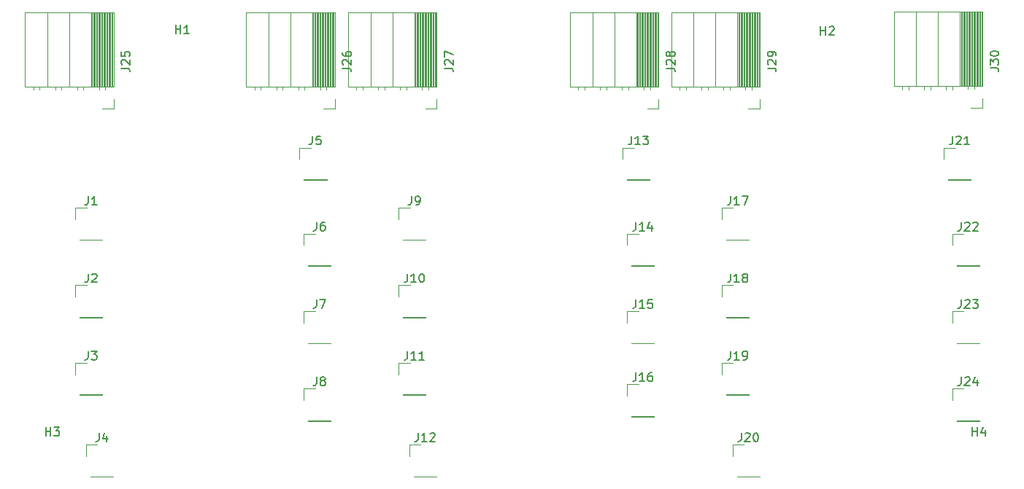
<source format=gbr>
%TF.GenerationSoftware,KiCad,Pcbnew,8.0.5*%
%TF.CreationDate,2025-04-10T18:40:22-04:00*%
%TF.ProjectId,LowerPOGO,4c6f7765-7250-44f4-974f-2e6b69636164,v4*%
%TF.SameCoordinates,Original*%
%TF.FileFunction,Legend,Top*%
%TF.FilePolarity,Positive*%
%FSLAX46Y46*%
G04 Gerber Fmt 4.6, Leading zero omitted, Abs format (unit mm)*
G04 Created by KiCad (PCBNEW 8.0.5) date 2025-04-10 18:40:22*
%MOMM*%
%LPD*%
G01*
G04 APERTURE LIST*
%ADD10C,0.150000*%
%ADD11C,0.120000*%
G04 APERTURE END LIST*
D10*
X134916666Y-123304819D02*
X134916666Y-124019104D01*
X134916666Y-124019104D02*
X134869047Y-124161961D01*
X134869047Y-124161961D02*
X134773809Y-124257200D01*
X134773809Y-124257200D02*
X134630952Y-124304819D01*
X134630952Y-124304819D02*
X134535714Y-124304819D01*
X135440476Y-124304819D02*
X135630952Y-124304819D01*
X135630952Y-124304819D02*
X135726190Y-124257200D01*
X135726190Y-124257200D02*
X135773809Y-124209580D01*
X135773809Y-124209580D02*
X135869047Y-124066723D01*
X135869047Y-124066723D02*
X135916666Y-123876247D01*
X135916666Y-123876247D02*
X135916666Y-123495295D01*
X135916666Y-123495295D02*
X135869047Y-123400057D01*
X135869047Y-123400057D02*
X135821428Y-123352438D01*
X135821428Y-123352438D02*
X135726190Y-123304819D01*
X135726190Y-123304819D02*
X135535714Y-123304819D01*
X135535714Y-123304819D02*
X135440476Y-123352438D01*
X135440476Y-123352438D02*
X135392857Y-123400057D01*
X135392857Y-123400057D02*
X135345238Y-123495295D01*
X135345238Y-123495295D02*
X135345238Y-123733390D01*
X135345238Y-123733390D02*
X135392857Y-123828628D01*
X135392857Y-123828628D02*
X135440476Y-123876247D01*
X135440476Y-123876247D02*
X135535714Y-123923866D01*
X135535714Y-123923866D02*
X135726190Y-123923866D01*
X135726190Y-123923866D02*
X135821428Y-123876247D01*
X135821428Y-123876247D02*
X135869047Y-123828628D01*
X135869047Y-123828628D02*
X135916666Y-123733390D01*
X123916666Y-135304819D02*
X123916666Y-136019104D01*
X123916666Y-136019104D02*
X123869047Y-136161961D01*
X123869047Y-136161961D02*
X123773809Y-136257200D01*
X123773809Y-136257200D02*
X123630952Y-136304819D01*
X123630952Y-136304819D02*
X123535714Y-136304819D01*
X124297619Y-135304819D02*
X124964285Y-135304819D01*
X124964285Y-135304819D02*
X124535714Y-136304819D01*
X176224819Y-108429523D02*
X176939104Y-108429523D01*
X176939104Y-108429523D02*
X177081961Y-108477142D01*
X177081961Y-108477142D02*
X177177200Y-108572380D01*
X177177200Y-108572380D02*
X177224819Y-108715237D01*
X177224819Y-108715237D02*
X177224819Y-108810475D01*
X176320057Y-108000951D02*
X176272438Y-107953332D01*
X176272438Y-107953332D02*
X176224819Y-107858094D01*
X176224819Y-107858094D02*
X176224819Y-107619999D01*
X176224819Y-107619999D02*
X176272438Y-107524761D01*
X176272438Y-107524761D02*
X176320057Y-107477142D01*
X176320057Y-107477142D02*
X176415295Y-107429523D01*
X176415295Y-107429523D02*
X176510533Y-107429523D01*
X176510533Y-107429523D02*
X176653390Y-107477142D01*
X176653390Y-107477142D02*
X177224819Y-108048570D01*
X177224819Y-108048570D02*
X177224819Y-107429523D01*
X177224819Y-106953332D02*
X177224819Y-106762856D01*
X177224819Y-106762856D02*
X177177200Y-106667618D01*
X177177200Y-106667618D02*
X177129580Y-106619999D01*
X177129580Y-106619999D02*
X176986723Y-106524761D01*
X176986723Y-106524761D02*
X176796247Y-106477142D01*
X176796247Y-106477142D02*
X176415295Y-106477142D01*
X176415295Y-106477142D02*
X176320057Y-106524761D01*
X176320057Y-106524761D02*
X176272438Y-106572380D01*
X176272438Y-106572380D02*
X176224819Y-106667618D01*
X176224819Y-106667618D02*
X176224819Y-106858094D01*
X176224819Y-106858094D02*
X176272438Y-106953332D01*
X176272438Y-106953332D02*
X176320057Y-107000951D01*
X176320057Y-107000951D02*
X176415295Y-107048570D01*
X176415295Y-107048570D02*
X176653390Y-107048570D01*
X176653390Y-107048570D02*
X176748628Y-107000951D01*
X176748628Y-107000951D02*
X176796247Y-106953332D01*
X176796247Y-106953332D02*
X176843866Y-106858094D01*
X176843866Y-106858094D02*
X176843866Y-106667618D01*
X176843866Y-106667618D02*
X176796247Y-106572380D01*
X176796247Y-106572380D02*
X176748628Y-106524761D01*
X176748628Y-106524761D02*
X176653390Y-106477142D01*
X123916666Y-144304819D02*
X123916666Y-145019104D01*
X123916666Y-145019104D02*
X123869047Y-145161961D01*
X123869047Y-145161961D02*
X123773809Y-145257200D01*
X123773809Y-145257200D02*
X123630952Y-145304819D01*
X123630952Y-145304819D02*
X123535714Y-145304819D01*
X124535714Y-144733390D02*
X124440476Y-144685771D01*
X124440476Y-144685771D02*
X124392857Y-144638152D01*
X124392857Y-144638152D02*
X124345238Y-144542914D01*
X124345238Y-144542914D02*
X124345238Y-144495295D01*
X124345238Y-144495295D02*
X124392857Y-144400057D01*
X124392857Y-144400057D02*
X124440476Y-144352438D01*
X124440476Y-144352438D02*
X124535714Y-144304819D01*
X124535714Y-144304819D02*
X124726190Y-144304819D01*
X124726190Y-144304819D02*
X124821428Y-144352438D01*
X124821428Y-144352438D02*
X124869047Y-144400057D01*
X124869047Y-144400057D02*
X124916666Y-144495295D01*
X124916666Y-144495295D02*
X124916666Y-144542914D01*
X124916666Y-144542914D02*
X124869047Y-144638152D01*
X124869047Y-144638152D02*
X124821428Y-144685771D01*
X124821428Y-144685771D02*
X124726190Y-144733390D01*
X124726190Y-144733390D02*
X124535714Y-144733390D01*
X124535714Y-144733390D02*
X124440476Y-144781009D01*
X124440476Y-144781009D02*
X124392857Y-144828628D01*
X124392857Y-144828628D02*
X124345238Y-144923866D01*
X124345238Y-144923866D02*
X124345238Y-145114342D01*
X124345238Y-145114342D02*
X124392857Y-145209580D01*
X124392857Y-145209580D02*
X124440476Y-145257200D01*
X124440476Y-145257200D02*
X124535714Y-145304819D01*
X124535714Y-145304819D02*
X124726190Y-145304819D01*
X124726190Y-145304819D02*
X124821428Y-145257200D01*
X124821428Y-145257200D02*
X124869047Y-145209580D01*
X124869047Y-145209580D02*
X124916666Y-145114342D01*
X124916666Y-145114342D02*
X124916666Y-144923866D01*
X124916666Y-144923866D02*
X124869047Y-144828628D01*
X124869047Y-144828628D02*
X124821428Y-144781009D01*
X124821428Y-144781009D02*
X124726190Y-144733390D01*
X173190476Y-150804819D02*
X173190476Y-151519104D01*
X173190476Y-151519104D02*
X173142857Y-151661961D01*
X173142857Y-151661961D02*
X173047619Y-151757200D01*
X173047619Y-151757200D02*
X172904762Y-151804819D01*
X172904762Y-151804819D02*
X172809524Y-151804819D01*
X173619048Y-150900057D02*
X173666667Y-150852438D01*
X173666667Y-150852438D02*
X173761905Y-150804819D01*
X173761905Y-150804819D02*
X174000000Y-150804819D01*
X174000000Y-150804819D02*
X174095238Y-150852438D01*
X174095238Y-150852438D02*
X174142857Y-150900057D01*
X174142857Y-150900057D02*
X174190476Y-150995295D01*
X174190476Y-150995295D02*
X174190476Y-151090533D01*
X174190476Y-151090533D02*
X174142857Y-151233390D01*
X174142857Y-151233390D02*
X173571429Y-151804819D01*
X173571429Y-151804819D02*
X174190476Y-151804819D01*
X174809524Y-150804819D02*
X174904762Y-150804819D01*
X174904762Y-150804819D02*
X175000000Y-150852438D01*
X175000000Y-150852438D02*
X175047619Y-150900057D01*
X175047619Y-150900057D02*
X175095238Y-150995295D01*
X175095238Y-150995295D02*
X175142857Y-151185771D01*
X175142857Y-151185771D02*
X175142857Y-151423866D01*
X175142857Y-151423866D02*
X175095238Y-151614342D01*
X175095238Y-151614342D02*
X175047619Y-151709580D01*
X175047619Y-151709580D02*
X175000000Y-151757200D01*
X175000000Y-151757200D02*
X174904762Y-151804819D01*
X174904762Y-151804819D02*
X174809524Y-151804819D01*
X174809524Y-151804819D02*
X174714286Y-151757200D01*
X174714286Y-151757200D02*
X174666667Y-151709580D01*
X174666667Y-151709580D02*
X174619048Y-151614342D01*
X174619048Y-151614342D02*
X174571429Y-151423866D01*
X174571429Y-151423866D02*
X174571429Y-151185771D01*
X174571429Y-151185771D02*
X174619048Y-150995295D01*
X174619048Y-150995295D02*
X174666667Y-150900057D01*
X174666667Y-150900057D02*
X174714286Y-150852438D01*
X174714286Y-150852438D02*
X174809524Y-150804819D01*
X199988095Y-151154819D02*
X199988095Y-150154819D01*
X199988095Y-150631009D02*
X200559523Y-150631009D01*
X200559523Y-151154819D02*
X200559523Y-150154819D01*
X201464285Y-150488152D02*
X201464285Y-151154819D01*
X201226190Y-150107200D02*
X200988095Y-150821485D01*
X200988095Y-150821485D02*
X201607142Y-150821485D01*
X198690476Y-135304819D02*
X198690476Y-136019104D01*
X198690476Y-136019104D02*
X198642857Y-136161961D01*
X198642857Y-136161961D02*
X198547619Y-136257200D01*
X198547619Y-136257200D02*
X198404762Y-136304819D01*
X198404762Y-136304819D02*
X198309524Y-136304819D01*
X199119048Y-135400057D02*
X199166667Y-135352438D01*
X199166667Y-135352438D02*
X199261905Y-135304819D01*
X199261905Y-135304819D02*
X199500000Y-135304819D01*
X199500000Y-135304819D02*
X199595238Y-135352438D01*
X199595238Y-135352438D02*
X199642857Y-135400057D01*
X199642857Y-135400057D02*
X199690476Y-135495295D01*
X199690476Y-135495295D02*
X199690476Y-135590533D01*
X199690476Y-135590533D02*
X199642857Y-135733390D01*
X199642857Y-135733390D02*
X199071429Y-136304819D01*
X199071429Y-136304819D02*
X199690476Y-136304819D01*
X200023810Y-135304819D02*
X200642857Y-135304819D01*
X200642857Y-135304819D02*
X200309524Y-135685771D01*
X200309524Y-135685771D02*
X200452381Y-135685771D01*
X200452381Y-135685771D02*
X200547619Y-135733390D01*
X200547619Y-135733390D02*
X200595238Y-135781009D01*
X200595238Y-135781009D02*
X200642857Y-135876247D01*
X200642857Y-135876247D02*
X200642857Y-136114342D01*
X200642857Y-136114342D02*
X200595238Y-136209580D01*
X200595238Y-136209580D02*
X200547619Y-136257200D01*
X200547619Y-136257200D02*
X200452381Y-136304819D01*
X200452381Y-136304819D02*
X200166667Y-136304819D01*
X200166667Y-136304819D02*
X200071429Y-136257200D01*
X200071429Y-136257200D02*
X200023810Y-136209580D01*
X107563095Y-104404819D02*
X107563095Y-103404819D01*
X107563095Y-103881009D02*
X108134523Y-103881009D01*
X108134523Y-104404819D02*
X108134523Y-103404819D01*
X109134523Y-104404819D02*
X108563095Y-104404819D01*
X108848809Y-104404819D02*
X108848809Y-103404819D01*
X108848809Y-103404819D02*
X108753571Y-103547676D01*
X108753571Y-103547676D02*
X108658333Y-103642914D01*
X108658333Y-103642914D02*
X108563095Y-103690533D01*
X182388095Y-104579819D02*
X182388095Y-103579819D01*
X182388095Y-104056009D02*
X182959523Y-104056009D01*
X182959523Y-104579819D02*
X182959523Y-103579819D01*
X183388095Y-103675057D02*
X183435714Y-103627438D01*
X183435714Y-103627438D02*
X183530952Y-103579819D01*
X183530952Y-103579819D02*
X183769047Y-103579819D01*
X183769047Y-103579819D02*
X183864285Y-103627438D01*
X183864285Y-103627438D02*
X183911904Y-103675057D01*
X183911904Y-103675057D02*
X183959523Y-103770295D01*
X183959523Y-103770295D02*
X183959523Y-103865533D01*
X183959523Y-103865533D02*
X183911904Y-104008390D01*
X183911904Y-104008390D02*
X183340476Y-104579819D01*
X183340476Y-104579819D02*
X183959523Y-104579819D01*
X92488095Y-151154819D02*
X92488095Y-150154819D01*
X92488095Y-150631009D02*
X93059523Y-150631009D01*
X93059523Y-151154819D02*
X93059523Y-150154819D01*
X93440476Y-150154819D02*
X94059523Y-150154819D01*
X94059523Y-150154819D02*
X93726190Y-150535771D01*
X93726190Y-150535771D02*
X93869047Y-150535771D01*
X93869047Y-150535771D02*
X93964285Y-150583390D01*
X93964285Y-150583390D02*
X94011904Y-150631009D01*
X94011904Y-150631009D02*
X94059523Y-150726247D01*
X94059523Y-150726247D02*
X94059523Y-150964342D01*
X94059523Y-150964342D02*
X94011904Y-151059580D01*
X94011904Y-151059580D02*
X93964285Y-151107200D01*
X93964285Y-151107200D02*
X93869047Y-151154819D01*
X93869047Y-151154819D02*
X93583333Y-151154819D01*
X93583333Y-151154819D02*
X93488095Y-151107200D01*
X93488095Y-151107200D02*
X93440476Y-151059580D01*
X134440476Y-141304819D02*
X134440476Y-142019104D01*
X134440476Y-142019104D02*
X134392857Y-142161961D01*
X134392857Y-142161961D02*
X134297619Y-142257200D01*
X134297619Y-142257200D02*
X134154762Y-142304819D01*
X134154762Y-142304819D02*
X134059524Y-142304819D01*
X135440476Y-142304819D02*
X134869048Y-142304819D01*
X135154762Y-142304819D02*
X135154762Y-141304819D01*
X135154762Y-141304819D02*
X135059524Y-141447676D01*
X135059524Y-141447676D02*
X134964286Y-141542914D01*
X134964286Y-141542914D02*
X134869048Y-141590533D01*
X136392857Y-142304819D02*
X135821429Y-142304819D01*
X136107143Y-142304819D02*
X136107143Y-141304819D01*
X136107143Y-141304819D02*
X136011905Y-141447676D01*
X136011905Y-141447676D02*
X135916667Y-141542914D01*
X135916667Y-141542914D02*
X135821429Y-141590533D01*
X135690476Y-150804819D02*
X135690476Y-151519104D01*
X135690476Y-151519104D02*
X135642857Y-151661961D01*
X135642857Y-151661961D02*
X135547619Y-151757200D01*
X135547619Y-151757200D02*
X135404762Y-151804819D01*
X135404762Y-151804819D02*
X135309524Y-151804819D01*
X136690476Y-151804819D02*
X136119048Y-151804819D01*
X136404762Y-151804819D02*
X136404762Y-150804819D01*
X136404762Y-150804819D02*
X136309524Y-150947676D01*
X136309524Y-150947676D02*
X136214286Y-151042914D01*
X136214286Y-151042914D02*
X136119048Y-151090533D01*
X137071429Y-150900057D02*
X137119048Y-150852438D01*
X137119048Y-150852438D02*
X137214286Y-150804819D01*
X137214286Y-150804819D02*
X137452381Y-150804819D01*
X137452381Y-150804819D02*
X137547619Y-150852438D01*
X137547619Y-150852438D02*
X137595238Y-150900057D01*
X137595238Y-150900057D02*
X137642857Y-150995295D01*
X137642857Y-150995295D02*
X137642857Y-151090533D01*
X137642857Y-151090533D02*
X137595238Y-151233390D01*
X137595238Y-151233390D02*
X137023810Y-151804819D01*
X137023810Y-151804819D02*
X137642857Y-151804819D01*
X97416666Y-123304819D02*
X97416666Y-124019104D01*
X97416666Y-124019104D02*
X97369047Y-124161961D01*
X97369047Y-124161961D02*
X97273809Y-124257200D01*
X97273809Y-124257200D02*
X97130952Y-124304819D01*
X97130952Y-124304819D02*
X97035714Y-124304819D01*
X98416666Y-124304819D02*
X97845238Y-124304819D01*
X98130952Y-124304819D02*
X98130952Y-123304819D01*
X98130952Y-123304819D02*
X98035714Y-123447676D01*
X98035714Y-123447676D02*
X97940476Y-123542914D01*
X97940476Y-123542914D02*
X97845238Y-123590533D01*
X198690476Y-144304819D02*
X198690476Y-145019104D01*
X198690476Y-145019104D02*
X198642857Y-145161961D01*
X198642857Y-145161961D02*
X198547619Y-145257200D01*
X198547619Y-145257200D02*
X198404762Y-145304819D01*
X198404762Y-145304819D02*
X198309524Y-145304819D01*
X199119048Y-144400057D02*
X199166667Y-144352438D01*
X199166667Y-144352438D02*
X199261905Y-144304819D01*
X199261905Y-144304819D02*
X199500000Y-144304819D01*
X199500000Y-144304819D02*
X199595238Y-144352438D01*
X199595238Y-144352438D02*
X199642857Y-144400057D01*
X199642857Y-144400057D02*
X199690476Y-144495295D01*
X199690476Y-144495295D02*
X199690476Y-144590533D01*
X199690476Y-144590533D02*
X199642857Y-144733390D01*
X199642857Y-144733390D02*
X199071429Y-145304819D01*
X199071429Y-145304819D02*
X199690476Y-145304819D01*
X200547619Y-144638152D02*
X200547619Y-145304819D01*
X200309524Y-144257200D02*
X200071429Y-144971485D01*
X200071429Y-144971485D02*
X200690476Y-144971485D01*
X126924819Y-108429523D02*
X127639104Y-108429523D01*
X127639104Y-108429523D02*
X127781961Y-108477142D01*
X127781961Y-108477142D02*
X127877200Y-108572380D01*
X127877200Y-108572380D02*
X127924819Y-108715237D01*
X127924819Y-108715237D02*
X127924819Y-108810475D01*
X127020057Y-108000951D02*
X126972438Y-107953332D01*
X126972438Y-107953332D02*
X126924819Y-107858094D01*
X126924819Y-107858094D02*
X126924819Y-107619999D01*
X126924819Y-107619999D02*
X126972438Y-107524761D01*
X126972438Y-107524761D02*
X127020057Y-107477142D01*
X127020057Y-107477142D02*
X127115295Y-107429523D01*
X127115295Y-107429523D02*
X127210533Y-107429523D01*
X127210533Y-107429523D02*
X127353390Y-107477142D01*
X127353390Y-107477142D02*
X127924819Y-108048570D01*
X127924819Y-108048570D02*
X127924819Y-107429523D01*
X126924819Y-106572380D02*
X126924819Y-106762856D01*
X126924819Y-106762856D02*
X126972438Y-106858094D01*
X126972438Y-106858094D02*
X127020057Y-106905713D01*
X127020057Y-106905713D02*
X127162914Y-107000951D01*
X127162914Y-107000951D02*
X127353390Y-107048570D01*
X127353390Y-107048570D02*
X127734342Y-107048570D01*
X127734342Y-107048570D02*
X127829580Y-107000951D01*
X127829580Y-107000951D02*
X127877200Y-106953332D01*
X127877200Y-106953332D02*
X127924819Y-106858094D01*
X127924819Y-106858094D02*
X127924819Y-106667618D01*
X127924819Y-106667618D02*
X127877200Y-106572380D01*
X127877200Y-106572380D02*
X127829580Y-106524761D01*
X127829580Y-106524761D02*
X127734342Y-106477142D01*
X127734342Y-106477142D02*
X127496247Y-106477142D01*
X127496247Y-106477142D02*
X127401009Y-106524761D01*
X127401009Y-106524761D02*
X127353390Y-106572380D01*
X127353390Y-106572380D02*
X127305771Y-106667618D01*
X127305771Y-106667618D02*
X127305771Y-106858094D01*
X127305771Y-106858094D02*
X127353390Y-106953332D01*
X127353390Y-106953332D02*
X127401009Y-107000951D01*
X127401009Y-107000951D02*
X127496247Y-107048570D01*
X171940476Y-123304819D02*
X171940476Y-124019104D01*
X171940476Y-124019104D02*
X171892857Y-124161961D01*
X171892857Y-124161961D02*
X171797619Y-124257200D01*
X171797619Y-124257200D02*
X171654762Y-124304819D01*
X171654762Y-124304819D02*
X171559524Y-124304819D01*
X172940476Y-124304819D02*
X172369048Y-124304819D01*
X172654762Y-124304819D02*
X172654762Y-123304819D01*
X172654762Y-123304819D02*
X172559524Y-123447676D01*
X172559524Y-123447676D02*
X172464286Y-123542914D01*
X172464286Y-123542914D02*
X172369048Y-123590533D01*
X173273810Y-123304819D02*
X173940476Y-123304819D01*
X173940476Y-123304819D02*
X173511905Y-124304819D01*
X164474819Y-108429523D02*
X165189104Y-108429523D01*
X165189104Y-108429523D02*
X165331961Y-108477142D01*
X165331961Y-108477142D02*
X165427200Y-108572380D01*
X165427200Y-108572380D02*
X165474819Y-108715237D01*
X165474819Y-108715237D02*
X165474819Y-108810475D01*
X164570057Y-108000951D02*
X164522438Y-107953332D01*
X164522438Y-107953332D02*
X164474819Y-107858094D01*
X164474819Y-107858094D02*
X164474819Y-107619999D01*
X164474819Y-107619999D02*
X164522438Y-107524761D01*
X164522438Y-107524761D02*
X164570057Y-107477142D01*
X164570057Y-107477142D02*
X164665295Y-107429523D01*
X164665295Y-107429523D02*
X164760533Y-107429523D01*
X164760533Y-107429523D02*
X164903390Y-107477142D01*
X164903390Y-107477142D02*
X165474819Y-108048570D01*
X165474819Y-108048570D02*
X165474819Y-107429523D01*
X164903390Y-106858094D02*
X164855771Y-106953332D01*
X164855771Y-106953332D02*
X164808152Y-107000951D01*
X164808152Y-107000951D02*
X164712914Y-107048570D01*
X164712914Y-107048570D02*
X164665295Y-107048570D01*
X164665295Y-107048570D02*
X164570057Y-107000951D01*
X164570057Y-107000951D02*
X164522438Y-106953332D01*
X164522438Y-106953332D02*
X164474819Y-106858094D01*
X164474819Y-106858094D02*
X164474819Y-106667618D01*
X164474819Y-106667618D02*
X164522438Y-106572380D01*
X164522438Y-106572380D02*
X164570057Y-106524761D01*
X164570057Y-106524761D02*
X164665295Y-106477142D01*
X164665295Y-106477142D02*
X164712914Y-106477142D01*
X164712914Y-106477142D02*
X164808152Y-106524761D01*
X164808152Y-106524761D02*
X164855771Y-106572380D01*
X164855771Y-106572380D02*
X164903390Y-106667618D01*
X164903390Y-106667618D02*
X164903390Y-106858094D01*
X164903390Y-106858094D02*
X164951009Y-106953332D01*
X164951009Y-106953332D02*
X164998628Y-107000951D01*
X164998628Y-107000951D02*
X165093866Y-107048570D01*
X165093866Y-107048570D02*
X165284342Y-107048570D01*
X165284342Y-107048570D02*
X165379580Y-107000951D01*
X165379580Y-107000951D02*
X165427200Y-106953332D01*
X165427200Y-106953332D02*
X165474819Y-106858094D01*
X165474819Y-106858094D02*
X165474819Y-106667618D01*
X165474819Y-106667618D02*
X165427200Y-106572380D01*
X165427200Y-106572380D02*
X165379580Y-106524761D01*
X165379580Y-106524761D02*
X165284342Y-106477142D01*
X165284342Y-106477142D02*
X165093866Y-106477142D01*
X165093866Y-106477142D02*
X164998628Y-106524761D01*
X164998628Y-106524761D02*
X164951009Y-106572380D01*
X164951009Y-106572380D02*
X164903390Y-106667618D01*
X123416666Y-116304819D02*
X123416666Y-117019104D01*
X123416666Y-117019104D02*
X123369047Y-117161961D01*
X123369047Y-117161961D02*
X123273809Y-117257200D01*
X123273809Y-117257200D02*
X123130952Y-117304819D01*
X123130952Y-117304819D02*
X123035714Y-117304819D01*
X124369047Y-116304819D02*
X123892857Y-116304819D01*
X123892857Y-116304819D02*
X123845238Y-116781009D01*
X123845238Y-116781009D02*
X123892857Y-116733390D01*
X123892857Y-116733390D02*
X123988095Y-116685771D01*
X123988095Y-116685771D02*
X124226190Y-116685771D01*
X124226190Y-116685771D02*
X124321428Y-116733390D01*
X124321428Y-116733390D02*
X124369047Y-116781009D01*
X124369047Y-116781009D02*
X124416666Y-116876247D01*
X124416666Y-116876247D02*
X124416666Y-117114342D01*
X124416666Y-117114342D02*
X124369047Y-117209580D01*
X124369047Y-117209580D02*
X124321428Y-117257200D01*
X124321428Y-117257200D02*
X124226190Y-117304819D01*
X124226190Y-117304819D02*
X123988095Y-117304819D01*
X123988095Y-117304819D02*
X123892857Y-117257200D01*
X123892857Y-117257200D02*
X123845238Y-117209580D01*
X101249819Y-108429523D02*
X101964104Y-108429523D01*
X101964104Y-108429523D02*
X102106961Y-108477142D01*
X102106961Y-108477142D02*
X102202200Y-108572380D01*
X102202200Y-108572380D02*
X102249819Y-108715237D01*
X102249819Y-108715237D02*
X102249819Y-108810475D01*
X101345057Y-108000951D02*
X101297438Y-107953332D01*
X101297438Y-107953332D02*
X101249819Y-107858094D01*
X101249819Y-107858094D02*
X101249819Y-107619999D01*
X101249819Y-107619999D02*
X101297438Y-107524761D01*
X101297438Y-107524761D02*
X101345057Y-107477142D01*
X101345057Y-107477142D02*
X101440295Y-107429523D01*
X101440295Y-107429523D02*
X101535533Y-107429523D01*
X101535533Y-107429523D02*
X101678390Y-107477142D01*
X101678390Y-107477142D02*
X102249819Y-108048570D01*
X102249819Y-108048570D02*
X102249819Y-107429523D01*
X101249819Y-106524761D02*
X101249819Y-107000951D01*
X101249819Y-107000951D02*
X101726009Y-107048570D01*
X101726009Y-107048570D02*
X101678390Y-107000951D01*
X101678390Y-107000951D02*
X101630771Y-106905713D01*
X101630771Y-106905713D02*
X101630771Y-106667618D01*
X101630771Y-106667618D02*
X101678390Y-106572380D01*
X101678390Y-106572380D02*
X101726009Y-106524761D01*
X101726009Y-106524761D02*
X101821247Y-106477142D01*
X101821247Y-106477142D02*
X102059342Y-106477142D01*
X102059342Y-106477142D02*
X102154580Y-106524761D01*
X102154580Y-106524761D02*
X102202200Y-106572380D01*
X102202200Y-106572380D02*
X102249819Y-106667618D01*
X102249819Y-106667618D02*
X102249819Y-106905713D01*
X102249819Y-106905713D02*
X102202200Y-107000951D01*
X102202200Y-107000951D02*
X102154580Y-107048570D01*
X171940476Y-132304819D02*
X171940476Y-133019104D01*
X171940476Y-133019104D02*
X171892857Y-133161961D01*
X171892857Y-133161961D02*
X171797619Y-133257200D01*
X171797619Y-133257200D02*
X171654762Y-133304819D01*
X171654762Y-133304819D02*
X171559524Y-133304819D01*
X172940476Y-133304819D02*
X172369048Y-133304819D01*
X172654762Y-133304819D02*
X172654762Y-132304819D01*
X172654762Y-132304819D02*
X172559524Y-132447676D01*
X172559524Y-132447676D02*
X172464286Y-132542914D01*
X172464286Y-132542914D02*
X172369048Y-132590533D01*
X173511905Y-132733390D02*
X173416667Y-132685771D01*
X173416667Y-132685771D02*
X173369048Y-132638152D01*
X173369048Y-132638152D02*
X173321429Y-132542914D01*
X173321429Y-132542914D02*
X173321429Y-132495295D01*
X173321429Y-132495295D02*
X173369048Y-132400057D01*
X173369048Y-132400057D02*
X173416667Y-132352438D01*
X173416667Y-132352438D02*
X173511905Y-132304819D01*
X173511905Y-132304819D02*
X173702381Y-132304819D01*
X173702381Y-132304819D02*
X173797619Y-132352438D01*
X173797619Y-132352438D02*
X173845238Y-132400057D01*
X173845238Y-132400057D02*
X173892857Y-132495295D01*
X173892857Y-132495295D02*
X173892857Y-132542914D01*
X173892857Y-132542914D02*
X173845238Y-132638152D01*
X173845238Y-132638152D02*
X173797619Y-132685771D01*
X173797619Y-132685771D02*
X173702381Y-132733390D01*
X173702381Y-132733390D02*
X173511905Y-132733390D01*
X173511905Y-132733390D02*
X173416667Y-132781009D01*
X173416667Y-132781009D02*
X173369048Y-132828628D01*
X173369048Y-132828628D02*
X173321429Y-132923866D01*
X173321429Y-132923866D02*
X173321429Y-133114342D01*
X173321429Y-133114342D02*
X173369048Y-133209580D01*
X173369048Y-133209580D02*
X173416667Y-133257200D01*
X173416667Y-133257200D02*
X173511905Y-133304819D01*
X173511905Y-133304819D02*
X173702381Y-133304819D01*
X173702381Y-133304819D02*
X173797619Y-133257200D01*
X173797619Y-133257200D02*
X173845238Y-133209580D01*
X173845238Y-133209580D02*
X173892857Y-133114342D01*
X173892857Y-133114342D02*
X173892857Y-132923866D01*
X173892857Y-132923866D02*
X173845238Y-132828628D01*
X173845238Y-132828628D02*
X173797619Y-132781009D01*
X173797619Y-132781009D02*
X173702381Y-132733390D01*
X97416666Y-132304819D02*
X97416666Y-133019104D01*
X97416666Y-133019104D02*
X97369047Y-133161961D01*
X97369047Y-133161961D02*
X97273809Y-133257200D01*
X97273809Y-133257200D02*
X97130952Y-133304819D01*
X97130952Y-133304819D02*
X97035714Y-133304819D01*
X97845238Y-132400057D02*
X97892857Y-132352438D01*
X97892857Y-132352438D02*
X97988095Y-132304819D01*
X97988095Y-132304819D02*
X98226190Y-132304819D01*
X98226190Y-132304819D02*
X98321428Y-132352438D01*
X98321428Y-132352438D02*
X98369047Y-132400057D01*
X98369047Y-132400057D02*
X98416666Y-132495295D01*
X98416666Y-132495295D02*
X98416666Y-132590533D01*
X98416666Y-132590533D02*
X98369047Y-132733390D01*
X98369047Y-132733390D02*
X97797619Y-133304819D01*
X97797619Y-133304819D02*
X98416666Y-133304819D01*
X97416666Y-141304819D02*
X97416666Y-142019104D01*
X97416666Y-142019104D02*
X97369047Y-142161961D01*
X97369047Y-142161961D02*
X97273809Y-142257200D01*
X97273809Y-142257200D02*
X97130952Y-142304819D01*
X97130952Y-142304819D02*
X97035714Y-142304819D01*
X97797619Y-141304819D02*
X98416666Y-141304819D01*
X98416666Y-141304819D02*
X98083333Y-141685771D01*
X98083333Y-141685771D02*
X98226190Y-141685771D01*
X98226190Y-141685771D02*
X98321428Y-141733390D01*
X98321428Y-141733390D02*
X98369047Y-141781009D01*
X98369047Y-141781009D02*
X98416666Y-141876247D01*
X98416666Y-141876247D02*
X98416666Y-142114342D01*
X98416666Y-142114342D02*
X98369047Y-142209580D01*
X98369047Y-142209580D02*
X98321428Y-142257200D01*
X98321428Y-142257200D02*
X98226190Y-142304819D01*
X98226190Y-142304819D02*
X97940476Y-142304819D01*
X97940476Y-142304819D02*
X97845238Y-142257200D01*
X97845238Y-142257200D02*
X97797619Y-142209580D01*
X123916666Y-126304819D02*
X123916666Y-127019104D01*
X123916666Y-127019104D02*
X123869047Y-127161961D01*
X123869047Y-127161961D02*
X123773809Y-127257200D01*
X123773809Y-127257200D02*
X123630952Y-127304819D01*
X123630952Y-127304819D02*
X123535714Y-127304819D01*
X124821428Y-126304819D02*
X124630952Y-126304819D01*
X124630952Y-126304819D02*
X124535714Y-126352438D01*
X124535714Y-126352438D02*
X124488095Y-126400057D01*
X124488095Y-126400057D02*
X124392857Y-126542914D01*
X124392857Y-126542914D02*
X124345238Y-126733390D01*
X124345238Y-126733390D02*
X124345238Y-127114342D01*
X124345238Y-127114342D02*
X124392857Y-127209580D01*
X124392857Y-127209580D02*
X124440476Y-127257200D01*
X124440476Y-127257200D02*
X124535714Y-127304819D01*
X124535714Y-127304819D02*
X124726190Y-127304819D01*
X124726190Y-127304819D02*
X124821428Y-127257200D01*
X124821428Y-127257200D02*
X124869047Y-127209580D01*
X124869047Y-127209580D02*
X124916666Y-127114342D01*
X124916666Y-127114342D02*
X124916666Y-126876247D01*
X124916666Y-126876247D02*
X124869047Y-126781009D01*
X124869047Y-126781009D02*
X124821428Y-126733390D01*
X124821428Y-126733390D02*
X124726190Y-126685771D01*
X124726190Y-126685771D02*
X124535714Y-126685771D01*
X124535714Y-126685771D02*
X124440476Y-126733390D01*
X124440476Y-126733390D02*
X124392857Y-126781009D01*
X124392857Y-126781009D02*
X124345238Y-126876247D01*
X160940476Y-126304819D02*
X160940476Y-127019104D01*
X160940476Y-127019104D02*
X160892857Y-127161961D01*
X160892857Y-127161961D02*
X160797619Y-127257200D01*
X160797619Y-127257200D02*
X160654762Y-127304819D01*
X160654762Y-127304819D02*
X160559524Y-127304819D01*
X161940476Y-127304819D02*
X161369048Y-127304819D01*
X161654762Y-127304819D02*
X161654762Y-126304819D01*
X161654762Y-126304819D02*
X161559524Y-126447676D01*
X161559524Y-126447676D02*
X161464286Y-126542914D01*
X161464286Y-126542914D02*
X161369048Y-126590533D01*
X162797619Y-126638152D02*
X162797619Y-127304819D01*
X162559524Y-126257200D02*
X162321429Y-126971485D01*
X162321429Y-126971485D02*
X162940476Y-126971485D01*
X98666666Y-150804819D02*
X98666666Y-151519104D01*
X98666666Y-151519104D02*
X98619047Y-151661961D01*
X98619047Y-151661961D02*
X98523809Y-151757200D01*
X98523809Y-151757200D02*
X98380952Y-151804819D01*
X98380952Y-151804819D02*
X98285714Y-151804819D01*
X99571428Y-151138152D02*
X99571428Y-151804819D01*
X99333333Y-150757200D02*
X99095238Y-151471485D01*
X99095238Y-151471485D02*
X99714285Y-151471485D01*
X197690476Y-116304819D02*
X197690476Y-117019104D01*
X197690476Y-117019104D02*
X197642857Y-117161961D01*
X197642857Y-117161961D02*
X197547619Y-117257200D01*
X197547619Y-117257200D02*
X197404762Y-117304819D01*
X197404762Y-117304819D02*
X197309524Y-117304819D01*
X198119048Y-116400057D02*
X198166667Y-116352438D01*
X198166667Y-116352438D02*
X198261905Y-116304819D01*
X198261905Y-116304819D02*
X198500000Y-116304819D01*
X198500000Y-116304819D02*
X198595238Y-116352438D01*
X198595238Y-116352438D02*
X198642857Y-116400057D01*
X198642857Y-116400057D02*
X198690476Y-116495295D01*
X198690476Y-116495295D02*
X198690476Y-116590533D01*
X198690476Y-116590533D02*
X198642857Y-116733390D01*
X198642857Y-116733390D02*
X198071429Y-117304819D01*
X198071429Y-117304819D02*
X198690476Y-117304819D01*
X199642857Y-117304819D02*
X199071429Y-117304819D01*
X199357143Y-117304819D02*
X199357143Y-116304819D01*
X199357143Y-116304819D02*
X199261905Y-116447676D01*
X199261905Y-116447676D02*
X199166667Y-116542914D01*
X199166667Y-116542914D02*
X199071429Y-116590533D01*
X198690476Y-126304819D02*
X198690476Y-127019104D01*
X198690476Y-127019104D02*
X198642857Y-127161961D01*
X198642857Y-127161961D02*
X198547619Y-127257200D01*
X198547619Y-127257200D02*
X198404762Y-127304819D01*
X198404762Y-127304819D02*
X198309524Y-127304819D01*
X199119048Y-126400057D02*
X199166667Y-126352438D01*
X199166667Y-126352438D02*
X199261905Y-126304819D01*
X199261905Y-126304819D02*
X199500000Y-126304819D01*
X199500000Y-126304819D02*
X199595238Y-126352438D01*
X199595238Y-126352438D02*
X199642857Y-126400057D01*
X199642857Y-126400057D02*
X199690476Y-126495295D01*
X199690476Y-126495295D02*
X199690476Y-126590533D01*
X199690476Y-126590533D02*
X199642857Y-126733390D01*
X199642857Y-126733390D02*
X199071429Y-127304819D01*
X199071429Y-127304819D02*
X199690476Y-127304819D01*
X200071429Y-126400057D02*
X200119048Y-126352438D01*
X200119048Y-126352438D02*
X200214286Y-126304819D01*
X200214286Y-126304819D02*
X200452381Y-126304819D01*
X200452381Y-126304819D02*
X200547619Y-126352438D01*
X200547619Y-126352438D02*
X200595238Y-126400057D01*
X200595238Y-126400057D02*
X200642857Y-126495295D01*
X200642857Y-126495295D02*
X200642857Y-126590533D01*
X200642857Y-126590533D02*
X200595238Y-126733390D01*
X200595238Y-126733390D02*
X200023810Y-127304819D01*
X200023810Y-127304819D02*
X200642857Y-127304819D01*
X134440476Y-132304819D02*
X134440476Y-133019104D01*
X134440476Y-133019104D02*
X134392857Y-133161961D01*
X134392857Y-133161961D02*
X134297619Y-133257200D01*
X134297619Y-133257200D02*
X134154762Y-133304819D01*
X134154762Y-133304819D02*
X134059524Y-133304819D01*
X135440476Y-133304819D02*
X134869048Y-133304819D01*
X135154762Y-133304819D02*
X135154762Y-132304819D01*
X135154762Y-132304819D02*
X135059524Y-132447676D01*
X135059524Y-132447676D02*
X134964286Y-132542914D01*
X134964286Y-132542914D02*
X134869048Y-132590533D01*
X136059524Y-132304819D02*
X136154762Y-132304819D01*
X136154762Y-132304819D02*
X136250000Y-132352438D01*
X136250000Y-132352438D02*
X136297619Y-132400057D01*
X136297619Y-132400057D02*
X136345238Y-132495295D01*
X136345238Y-132495295D02*
X136392857Y-132685771D01*
X136392857Y-132685771D02*
X136392857Y-132923866D01*
X136392857Y-132923866D02*
X136345238Y-133114342D01*
X136345238Y-133114342D02*
X136297619Y-133209580D01*
X136297619Y-133209580D02*
X136250000Y-133257200D01*
X136250000Y-133257200D02*
X136154762Y-133304819D01*
X136154762Y-133304819D02*
X136059524Y-133304819D01*
X136059524Y-133304819D02*
X135964286Y-133257200D01*
X135964286Y-133257200D02*
X135916667Y-133209580D01*
X135916667Y-133209580D02*
X135869048Y-133114342D01*
X135869048Y-133114342D02*
X135821429Y-132923866D01*
X135821429Y-132923866D02*
X135821429Y-132685771D01*
X135821429Y-132685771D02*
X135869048Y-132495295D01*
X135869048Y-132495295D02*
X135916667Y-132400057D01*
X135916667Y-132400057D02*
X135964286Y-132352438D01*
X135964286Y-132352438D02*
X136059524Y-132304819D01*
X171940476Y-141304819D02*
X171940476Y-142019104D01*
X171940476Y-142019104D02*
X171892857Y-142161961D01*
X171892857Y-142161961D02*
X171797619Y-142257200D01*
X171797619Y-142257200D02*
X171654762Y-142304819D01*
X171654762Y-142304819D02*
X171559524Y-142304819D01*
X172940476Y-142304819D02*
X172369048Y-142304819D01*
X172654762Y-142304819D02*
X172654762Y-141304819D01*
X172654762Y-141304819D02*
X172559524Y-141447676D01*
X172559524Y-141447676D02*
X172464286Y-141542914D01*
X172464286Y-141542914D02*
X172369048Y-141590533D01*
X173416667Y-142304819D02*
X173607143Y-142304819D01*
X173607143Y-142304819D02*
X173702381Y-142257200D01*
X173702381Y-142257200D02*
X173750000Y-142209580D01*
X173750000Y-142209580D02*
X173845238Y-142066723D01*
X173845238Y-142066723D02*
X173892857Y-141876247D01*
X173892857Y-141876247D02*
X173892857Y-141495295D01*
X173892857Y-141495295D02*
X173845238Y-141400057D01*
X173845238Y-141400057D02*
X173797619Y-141352438D01*
X173797619Y-141352438D02*
X173702381Y-141304819D01*
X173702381Y-141304819D02*
X173511905Y-141304819D01*
X173511905Y-141304819D02*
X173416667Y-141352438D01*
X173416667Y-141352438D02*
X173369048Y-141400057D01*
X173369048Y-141400057D02*
X173321429Y-141495295D01*
X173321429Y-141495295D02*
X173321429Y-141733390D01*
X173321429Y-141733390D02*
X173369048Y-141828628D01*
X173369048Y-141828628D02*
X173416667Y-141876247D01*
X173416667Y-141876247D02*
X173511905Y-141923866D01*
X173511905Y-141923866D02*
X173702381Y-141923866D01*
X173702381Y-141923866D02*
X173797619Y-141876247D01*
X173797619Y-141876247D02*
X173845238Y-141828628D01*
X173845238Y-141828628D02*
X173892857Y-141733390D01*
X160440476Y-116304819D02*
X160440476Y-117019104D01*
X160440476Y-117019104D02*
X160392857Y-117161961D01*
X160392857Y-117161961D02*
X160297619Y-117257200D01*
X160297619Y-117257200D02*
X160154762Y-117304819D01*
X160154762Y-117304819D02*
X160059524Y-117304819D01*
X161440476Y-117304819D02*
X160869048Y-117304819D01*
X161154762Y-117304819D02*
X161154762Y-116304819D01*
X161154762Y-116304819D02*
X161059524Y-116447676D01*
X161059524Y-116447676D02*
X160964286Y-116542914D01*
X160964286Y-116542914D02*
X160869048Y-116590533D01*
X161773810Y-116304819D02*
X162392857Y-116304819D01*
X162392857Y-116304819D02*
X162059524Y-116685771D01*
X162059524Y-116685771D02*
X162202381Y-116685771D01*
X162202381Y-116685771D02*
X162297619Y-116733390D01*
X162297619Y-116733390D02*
X162345238Y-116781009D01*
X162345238Y-116781009D02*
X162392857Y-116876247D01*
X162392857Y-116876247D02*
X162392857Y-117114342D01*
X162392857Y-117114342D02*
X162345238Y-117209580D01*
X162345238Y-117209580D02*
X162297619Y-117257200D01*
X162297619Y-117257200D02*
X162202381Y-117304819D01*
X162202381Y-117304819D02*
X161916667Y-117304819D01*
X161916667Y-117304819D02*
X161821429Y-117257200D01*
X161821429Y-117257200D02*
X161773810Y-117209580D01*
X202049819Y-108379523D02*
X202764104Y-108379523D01*
X202764104Y-108379523D02*
X202906961Y-108427142D01*
X202906961Y-108427142D02*
X203002200Y-108522380D01*
X203002200Y-108522380D02*
X203049819Y-108665237D01*
X203049819Y-108665237D02*
X203049819Y-108760475D01*
X202049819Y-107998570D02*
X202049819Y-107379523D01*
X202049819Y-107379523D02*
X202430771Y-107712856D01*
X202430771Y-107712856D02*
X202430771Y-107569999D01*
X202430771Y-107569999D02*
X202478390Y-107474761D01*
X202478390Y-107474761D02*
X202526009Y-107427142D01*
X202526009Y-107427142D02*
X202621247Y-107379523D01*
X202621247Y-107379523D02*
X202859342Y-107379523D01*
X202859342Y-107379523D02*
X202954580Y-107427142D01*
X202954580Y-107427142D02*
X203002200Y-107474761D01*
X203002200Y-107474761D02*
X203049819Y-107569999D01*
X203049819Y-107569999D02*
X203049819Y-107855713D01*
X203049819Y-107855713D02*
X203002200Y-107950951D01*
X203002200Y-107950951D02*
X202954580Y-107998570D01*
X202049819Y-106760475D02*
X202049819Y-106665237D01*
X202049819Y-106665237D02*
X202097438Y-106569999D01*
X202097438Y-106569999D02*
X202145057Y-106522380D01*
X202145057Y-106522380D02*
X202240295Y-106474761D01*
X202240295Y-106474761D02*
X202430771Y-106427142D01*
X202430771Y-106427142D02*
X202668866Y-106427142D01*
X202668866Y-106427142D02*
X202859342Y-106474761D01*
X202859342Y-106474761D02*
X202954580Y-106522380D01*
X202954580Y-106522380D02*
X203002200Y-106569999D01*
X203002200Y-106569999D02*
X203049819Y-106665237D01*
X203049819Y-106665237D02*
X203049819Y-106760475D01*
X203049819Y-106760475D02*
X203002200Y-106855713D01*
X203002200Y-106855713D02*
X202954580Y-106903332D01*
X202954580Y-106903332D02*
X202859342Y-106950951D01*
X202859342Y-106950951D02*
X202668866Y-106998570D01*
X202668866Y-106998570D02*
X202430771Y-106998570D01*
X202430771Y-106998570D02*
X202240295Y-106950951D01*
X202240295Y-106950951D02*
X202145057Y-106903332D01*
X202145057Y-106903332D02*
X202097438Y-106855713D01*
X202097438Y-106855713D02*
X202049819Y-106760475D01*
X160940476Y-143804819D02*
X160940476Y-144519104D01*
X160940476Y-144519104D02*
X160892857Y-144661961D01*
X160892857Y-144661961D02*
X160797619Y-144757200D01*
X160797619Y-144757200D02*
X160654762Y-144804819D01*
X160654762Y-144804819D02*
X160559524Y-144804819D01*
X161940476Y-144804819D02*
X161369048Y-144804819D01*
X161654762Y-144804819D02*
X161654762Y-143804819D01*
X161654762Y-143804819D02*
X161559524Y-143947676D01*
X161559524Y-143947676D02*
X161464286Y-144042914D01*
X161464286Y-144042914D02*
X161369048Y-144090533D01*
X162797619Y-143804819D02*
X162607143Y-143804819D01*
X162607143Y-143804819D02*
X162511905Y-143852438D01*
X162511905Y-143852438D02*
X162464286Y-143900057D01*
X162464286Y-143900057D02*
X162369048Y-144042914D01*
X162369048Y-144042914D02*
X162321429Y-144233390D01*
X162321429Y-144233390D02*
X162321429Y-144614342D01*
X162321429Y-144614342D02*
X162369048Y-144709580D01*
X162369048Y-144709580D02*
X162416667Y-144757200D01*
X162416667Y-144757200D02*
X162511905Y-144804819D01*
X162511905Y-144804819D02*
X162702381Y-144804819D01*
X162702381Y-144804819D02*
X162797619Y-144757200D01*
X162797619Y-144757200D02*
X162845238Y-144709580D01*
X162845238Y-144709580D02*
X162892857Y-144614342D01*
X162892857Y-144614342D02*
X162892857Y-144376247D01*
X162892857Y-144376247D02*
X162845238Y-144281009D01*
X162845238Y-144281009D02*
X162797619Y-144233390D01*
X162797619Y-144233390D02*
X162702381Y-144185771D01*
X162702381Y-144185771D02*
X162511905Y-144185771D01*
X162511905Y-144185771D02*
X162416667Y-144233390D01*
X162416667Y-144233390D02*
X162369048Y-144281009D01*
X162369048Y-144281009D02*
X162321429Y-144376247D01*
X160940476Y-135304819D02*
X160940476Y-136019104D01*
X160940476Y-136019104D02*
X160892857Y-136161961D01*
X160892857Y-136161961D02*
X160797619Y-136257200D01*
X160797619Y-136257200D02*
X160654762Y-136304819D01*
X160654762Y-136304819D02*
X160559524Y-136304819D01*
X161940476Y-136304819D02*
X161369048Y-136304819D01*
X161654762Y-136304819D02*
X161654762Y-135304819D01*
X161654762Y-135304819D02*
X161559524Y-135447676D01*
X161559524Y-135447676D02*
X161464286Y-135542914D01*
X161464286Y-135542914D02*
X161369048Y-135590533D01*
X162845238Y-135304819D02*
X162369048Y-135304819D01*
X162369048Y-135304819D02*
X162321429Y-135781009D01*
X162321429Y-135781009D02*
X162369048Y-135733390D01*
X162369048Y-135733390D02*
X162464286Y-135685771D01*
X162464286Y-135685771D02*
X162702381Y-135685771D01*
X162702381Y-135685771D02*
X162797619Y-135733390D01*
X162797619Y-135733390D02*
X162845238Y-135781009D01*
X162845238Y-135781009D02*
X162892857Y-135876247D01*
X162892857Y-135876247D02*
X162892857Y-136114342D01*
X162892857Y-136114342D02*
X162845238Y-136209580D01*
X162845238Y-136209580D02*
X162797619Y-136257200D01*
X162797619Y-136257200D02*
X162702381Y-136304819D01*
X162702381Y-136304819D02*
X162464286Y-136304819D01*
X162464286Y-136304819D02*
X162369048Y-136257200D01*
X162369048Y-136257200D02*
X162321429Y-136209580D01*
X138749819Y-108429523D02*
X139464104Y-108429523D01*
X139464104Y-108429523D02*
X139606961Y-108477142D01*
X139606961Y-108477142D02*
X139702200Y-108572380D01*
X139702200Y-108572380D02*
X139749819Y-108715237D01*
X139749819Y-108715237D02*
X139749819Y-108810475D01*
X138845057Y-108000951D02*
X138797438Y-107953332D01*
X138797438Y-107953332D02*
X138749819Y-107858094D01*
X138749819Y-107858094D02*
X138749819Y-107619999D01*
X138749819Y-107619999D02*
X138797438Y-107524761D01*
X138797438Y-107524761D02*
X138845057Y-107477142D01*
X138845057Y-107477142D02*
X138940295Y-107429523D01*
X138940295Y-107429523D02*
X139035533Y-107429523D01*
X139035533Y-107429523D02*
X139178390Y-107477142D01*
X139178390Y-107477142D02*
X139749819Y-108048570D01*
X139749819Y-108048570D02*
X139749819Y-107429523D01*
X138749819Y-107096189D02*
X138749819Y-106429523D01*
X138749819Y-106429523D02*
X139749819Y-106858094D01*
D11*
%TO.C,J9*%
X133400000Y-124650000D02*
X134730000Y-124650000D01*
X133400000Y-125980000D02*
X133400000Y-124650000D01*
X133920000Y-128340000D02*
X133920000Y-128400000D01*
X133920000Y-128340000D02*
X136580000Y-128340000D01*
X133920000Y-128400000D02*
X136580000Y-128400000D01*
X136580000Y-128340000D02*
X136580000Y-128400000D01*
%TO.C,J7*%
X122400000Y-136650000D02*
X123730000Y-136650000D01*
X122400000Y-137980000D02*
X122400000Y-136650000D01*
X122920000Y-140340000D02*
X122920000Y-140400000D01*
X122920000Y-140340000D02*
X125580000Y-140340000D01*
X122920000Y-140400000D02*
X125580000Y-140400000D01*
X125580000Y-140340000D02*
X125580000Y-140400000D01*
%TO.C,J29*%
X165050000Y-101910000D02*
X165050000Y-110540000D01*
X166020000Y-110540000D02*
X166020000Y-110950000D01*
X166740000Y-110540000D02*
X166740000Y-110950000D01*
X167650000Y-101910000D02*
X167650000Y-110540000D01*
X168560000Y-110540000D02*
X168560000Y-110950000D01*
X169280000Y-110540000D02*
X169280000Y-110950000D01*
X170190000Y-101910000D02*
X170190000Y-110540000D01*
X171100000Y-110540000D02*
X171100000Y-110950000D01*
X171820000Y-110540000D02*
X171820000Y-110950000D01*
X172730000Y-101910000D02*
X172730000Y-110540000D01*
X172848100Y-101910000D02*
X172848100Y-110540000D01*
X172966195Y-101910000D02*
X172966195Y-110540000D01*
X173084290Y-101910000D02*
X173084290Y-110540000D01*
X173202385Y-101910000D02*
X173202385Y-110540000D01*
X173320480Y-101910000D02*
X173320480Y-110540000D01*
X173438575Y-101910000D02*
X173438575Y-110540000D01*
X173556670Y-101910000D02*
X173556670Y-110540000D01*
X173640000Y-110540000D02*
X173640000Y-110890000D01*
X173674765Y-101910000D02*
X173674765Y-110540000D01*
X173792860Y-101910000D02*
X173792860Y-110540000D01*
X173910955Y-101910000D02*
X173910955Y-110540000D01*
X174029050Y-101910000D02*
X174029050Y-110540000D01*
X174147145Y-101910000D02*
X174147145Y-110540000D01*
X174265240Y-101910000D02*
X174265240Y-110540000D01*
X174360000Y-110540000D02*
X174360000Y-110890000D01*
X174383335Y-101910000D02*
X174383335Y-110540000D01*
X174501430Y-101910000D02*
X174501430Y-110540000D01*
X174619525Y-101910000D02*
X174619525Y-110540000D01*
X174737620Y-101910000D02*
X174737620Y-110540000D01*
X174855715Y-101910000D02*
X174855715Y-110540000D01*
X174973810Y-101910000D02*
X174973810Y-110540000D01*
X175091905Y-101910000D02*
X175091905Y-110540000D01*
X175210000Y-101910000D02*
X175210000Y-110540000D01*
X175330000Y-101910000D02*
X165050000Y-101910000D01*
X175330000Y-101910000D02*
X175330000Y-110540000D01*
X175330000Y-110540000D02*
X165050000Y-110540000D01*
X175330000Y-112000000D02*
X175330000Y-113110000D01*
X175330000Y-113110000D02*
X174000000Y-113110000D01*
%TO.C,J8*%
X122400000Y-145650000D02*
X123730000Y-145650000D01*
X122400000Y-146980000D02*
X122400000Y-145650000D01*
X122920000Y-149340000D02*
X122920000Y-149400000D01*
X122920000Y-149340000D02*
X125580000Y-149340000D01*
X122920000Y-149400000D02*
X125580000Y-149400000D01*
X125580000Y-149340000D02*
X125580000Y-149400000D01*
%TO.C,J20*%
X172150000Y-152150000D02*
X173480000Y-152150000D01*
X172150000Y-153480000D02*
X172150000Y-152150000D01*
X172670000Y-155840000D02*
X172670000Y-155900000D01*
X172670000Y-155840000D02*
X175330000Y-155840000D01*
X172670000Y-155900000D02*
X175330000Y-155900000D01*
X175330000Y-155840000D02*
X175330000Y-155900000D01*
%TO.C,J23*%
X197650000Y-136650000D02*
X198980000Y-136650000D01*
X197650000Y-137980000D02*
X197650000Y-136650000D01*
X198170000Y-140340000D02*
X198170000Y-140400000D01*
X198170000Y-140340000D02*
X200830000Y-140340000D01*
X198170000Y-140400000D02*
X200830000Y-140400000D01*
X200830000Y-140340000D02*
X200830000Y-140400000D01*
%TO.C,J11*%
X133400000Y-142650000D02*
X134730000Y-142650000D01*
X133400000Y-143980000D02*
X133400000Y-142650000D01*
X133920000Y-146340000D02*
X133920000Y-146400000D01*
X133920000Y-146340000D02*
X136580000Y-146340000D01*
X133920000Y-146400000D02*
X136580000Y-146400000D01*
X136580000Y-146340000D02*
X136580000Y-146400000D01*
%TO.C,J12*%
X134650000Y-152150000D02*
X135980000Y-152150000D01*
X134650000Y-153480000D02*
X134650000Y-152150000D01*
X135170000Y-155840000D02*
X135170000Y-155900000D01*
X135170000Y-155840000D02*
X137830000Y-155840000D01*
X135170000Y-155900000D02*
X137830000Y-155900000D01*
X137830000Y-155840000D02*
X137830000Y-155900000D01*
%TO.C,J1*%
X95900000Y-124650000D02*
X97230000Y-124650000D01*
X95900000Y-125980000D02*
X95900000Y-124650000D01*
X96420000Y-128340000D02*
X96420000Y-128400000D01*
X96420000Y-128340000D02*
X99080000Y-128340000D01*
X96420000Y-128400000D02*
X99080000Y-128400000D01*
X99080000Y-128340000D02*
X99080000Y-128400000D01*
%TO.C,J24*%
X197650000Y-145650000D02*
X198980000Y-145650000D01*
X197650000Y-146980000D02*
X197650000Y-145650000D01*
X198170000Y-149340000D02*
X198170000Y-149400000D01*
X198170000Y-149340000D02*
X200830000Y-149340000D01*
X198170000Y-149400000D02*
X200830000Y-149400000D01*
X200830000Y-149340000D02*
X200830000Y-149400000D01*
%TO.C,J26*%
X115750000Y-101910000D02*
X115750000Y-110540000D01*
X116720000Y-110540000D02*
X116720000Y-110950000D01*
X117440000Y-110540000D02*
X117440000Y-110950000D01*
X118350000Y-101910000D02*
X118350000Y-110540000D01*
X119260000Y-110540000D02*
X119260000Y-110950000D01*
X119980000Y-110540000D02*
X119980000Y-110950000D01*
X120890000Y-101910000D02*
X120890000Y-110540000D01*
X121800000Y-110540000D02*
X121800000Y-110950000D01*
X122520000Y-110540000D02*
X122520000Y-110950000D01*
X123430000Y-101910000D02*
X123430000Y-110540000D01*
X123548100Y-101910000D02*
X123548100Y-110540000D01*
X123666195Y-101910000D02*
X123666195Y-110540000D01*
X123784290Y-101910000D02*
X123784290Y-110540000D01*
X123902385Y-101910000D02*
X123902385Y-110540000D01*
X124020480Y-101910000D02*
X124020480Y-110540000D01*
X124138575Y-101910000D02*
X124138575Y-110540000D01*
X124256670Y-101910000D02*
X124256670Y-110540000D01*
X124340000Y-110540000D02*
X124340000Y-110890000D01*
X124374765Y-101910000D02*
X124374765Y-110540000D01*
X124492860Y-101910000D02*
X124492860Y-110540000D01*
X124610955Y-101910000D02*
X124610955Y-110540000D01*
X124729050Y-101910000D02*
X124729050Y-110540000D01*
X124847145Y-101910000D02*
X124847145Y-110540000D01*
X124965240Y-101910000D02*
X124965240Y-110540000D01*
X125060000Y-110540000D02*
X125060000Y-110890000D01*
X125083335Y-101910000D02*
X125083335Y-110540000D01*
X125201430Y-101910000D02*
X125201430Y-110540000D01*
X125319525Y-101910000D02*
X125319525Y-110540000D01*
X125437620Y-101910000D02*
X125437620Y-110540000D01*
X125555715Y-101910000D02*
X125555715Y-110540000D01*
X125673810Y-101910000D02*
X125673810Y-110540000D01*
X125791905Y-101910000D02*
X125791905Y-110540000D01*
X125910000Y-101910000D02*
X125910000Y-110540000D01*
X126030000Y-101910000D02*
X115750000Y-101910000D01*
X126030000Y-101910000D02*
X126030000Y-110540000D01*
X126030000Y-110540000D02*
X115750000Y-110540000D01*
X126030000Y-112000000D02*
X126030000Y-113110000D01*
X126030000Y-113110000D02*
X124700000Y-113110000D01*
%TO.C,J17*%
X170900000Y-124650000D02*
X172230000Y-124650000D01*
X170900000Y-125980000D02*
X170900000Y-124650000D01*
X171420000Y-128340000D02*
X171420000Y-128400000D01*
X171420000Y-128340000D02*
X174080000Y-128340000D01*
X171420000Y-128400000D02*
X174080000Y-128400000D01*
X174080000Y-128340000D02*
X174080000Y-128400000D01*
%TO.C,J28*%
X153300000Y-101910000D02*
X153300000Y-110540000D01*
X154270000Y-110540000D02*
X154270000Y-110950000D01*
X154990000Y-110540000D02*
X154990000Y-110950000D01*
X155900000Y-101910000D02*
X155900000Y-110540000D01*
X156810000Y-110540000D02*
X156810000Y-110950000D01*
X157530000Y-110540000D02*
X157530000Y-110950000D01*
X158440000Y-101910000D02*
X158440000Y-110540000D01*
X159350000Y-110540000D02*
X159350000Y-110950000D01*
X160070000Y-110540000D02*
X160070000Y-110950000D01*
X160980000Y-101910000D02*
X160980000Y-110540000D01*
X161098100Y-101910000D02*
X161098100Y-110540000D01*
X161216195Y-101910000D02*
X161216195Y-110540000D01*
X161334290Y-101910000D02*
X161334290Y-110540000D01*
X161452385Y-101910000D02*
X161452385Y-110540000D01*
X161570480Y-101910000D02*
X161570480Y-110540000D01*
X161688575Y-101910000D02*
X161688575Y-110540000D01*
X161806670Y-101910000D02*
X161806670Y-110540000D01*
X161890000Y-110540000D02*
X161890000Y-110890000D01*
X161924765Y-101910000D02*
X161924765Y-110540000D01*
X162042860Y-101910000D02*
X162042860Y-110540000D01*
X162160955Y-101910000D02*
X162160955Y-110540000D01*
X162279050Y-101910000D02*
X162279050Y-110540000D01*
X162397145Y-101910000D02*
X162397145Y-110540000D01*
X162515240Y-101910000D02*
X162515240Y-110540000D01*
X162610000Y-110540000D02*
X162610000Y-110890000D01*
X162633335Y-101910000D02*
X162633335Y-110540000D01*
X162751430Y-101910000D02*
X162751430Y-110540000D01*
X162869525Y-101910000D02*
X162869525Y-110540000D01*
X162987620Y-101910000D02*
X162987620Y-110540000D01*
X163105715Y-101910000D02*
X163105715Y-110540000D01*
X163223810Y-101910000D02*
X163223810Y-110540000D01*
X163341905Y-101910000D02*
X163341905Y-110540000D01*
X163460000Y-101910000D02*
X163460000Y-110540000D01*
X163580000Y-101910000D02*
X153300000Y-101910000D01*
X163580000Y-101910000D02*
X163580000Y-110540000D01*
X163580000Y-110540000D02*
X153300000Y-110540000D01*
X163580000Y-112000000D02*
X163580000Y-113110000D01*
X163580000Y-113110000D02*
X162250000Y-113110000D01*
%TO.C,J5*%
X121900000Y-117650000D02*
X123230000Y-117650000D01*
X121900000Y-118980000D02*
X121900000Y-117650000D01*
X122420000Y-121340000D02*
X122420000Y-121400000D01*
X122420000Y-121340000D02*
X125080000Y-121340000D01*
X122420000Y-121400000D02*
X125080000Y-121400000D01*
X125080000Y-121340000D02*
X125080000Y-121400000D01*
%TO.C,J25*%
X90075000Y-101910000D02*
X90075000Y-110540000D01*
X91045000Y-110540000D02*
X91045000Y-110950000D01*
X91765000Y-110540000D02*
X91765000Y-110950000D01*
X92675000Y-101910000D02*
X92675000Y-110540000D01*
X93585000Y-110540000D02*
X93585000Y-110950000D01*
X94305000Y-110540000D02*
X94305000Y-110950000D01*
X95215000Y-101910000D02*
X95215000Y-110540000D01*
X96125000Y-110540000D02*
X96125000Y-110950000D01*
X96845000Y-110540000D02*
X96845000Y-110950000D01*
X97755000Y-101910000D02*
X97755000Y-110540000D01*
X97873100Y-101910000D02*
X97873100Y-110540000D01*
X97991195Y-101910000D02*
X97991195Y-110540000D01*
X98109290Y-101910000D02*
X98109290Y-110540000D01*
X98227385Y-101910000D02*
X98227385Y-110540000D01*
X98345480Y-101910000D02*
X98345480Y-110540000D01*
X98463575Y-101910000D02*
X98463575Y-110540000D01*
X98581670Y-101910000D02*
X98581670Y-110540000D01*
X98665000Y-110540000D02*
X98665000Y-110890000D01*
X98699765Y-101910000D02*
X98699765Y-110540000D01*
X98817860Y-101910000D02*
X98817860Y-110540000D01*
X98935955Y-101910000D02*
X98935955Y-110540000D01*
X99054050Y-101910000D02*
X99054050Y-110540000D01*
X99172145Y-101910000D02*
X99172145Y-110540000D01*
X99290240Y-101910000D02*
X99290240Y-110540000D01*
X99385000Y-110540000D02*
X99385000Y-110890000D01*
X99408335Y-101910000D02*
X99408335Y-110540000D01*
X99526430Y-101910000D02*
X99526430Y-110540000D01*
X99644525Y-101910000D02*
X99644525Y-110540000D01*
X99762620Y-101910000D02*
X99762620Y-110540000D01*
X99880715Y-101910000D02*
X99880715Y-110540000D01*
X99998810Y-101910000D02*
X99998810Y-110540000D01*
X100116905Y-101910000D02*
X100116905Y-110540000D01*
X100235000Y-101910000D02*
X100235000Y-110540000D01*
X100355000Y-101910000D02*
X90075000Y-101910000D01*
X100355000Y-101910000D02*
X100355000Y-110540000D01*
X100355000Y-110540000D02*
X90075000Y-110540000D01*
X100355000Y-112000000D02*
X100355000Y-113110000D01*
X100355000Y-113110000D02*
X99025000Y-113110000D01*
%TO.C,J18*%
X170900000Y-133650000D02*
X172230000Y-133650000D01*
X170900000Y-134980000D02*
X170900000Y-133650000D01*
X171420000Y-137340000D02*
X171420000Y-137400000D01*
X171420000Y-137340000D02*
X174080000Y-137340000D01*
X171420000Y-137400000D02*
X174080000Y-137400000D01*
X174080000Y-137340000D02*
X174080000Y-137400000D01*
%TO.C,J2*%
X95900000Y-133650000D02*
X97230000Y-133650000D01*
X95900000Y-134980000D02*
X95900000Y-133650000D01*
X96420000Y-137340000D02*
X96420000Y-137400000D01*
X96420000Y-137340000D02*
X99080000Y-137340000D01*
X96420000Y-137400000D02*
X99080000Y-137400000D01*
X99080000Y-137340000D02*
X99080000Y-137400000D01*
%TO.C,J3*%
X95900000Y-142650000D02*
X97230000Y-142650000D01*
X95900000Y-143980000D02*
X95900000Y-142650000D01*
X96420000Y-146340000D02*
X96420000Y-146400000D01*
X96420000Y-146340000D02*
X99080000Y-146340000D01*
X96420000Y-146400000D02*
X99080000Y-146400000D01*
X99080000Y-146340000D02*
X99080000Y-146400000D01*
%TO.C,J6*%
X122400000Y-127650000D02*
X123730000Y-127650000D01*
X122400000Y-128980000D02*
X122400000Y-127650000D01*
X122920000Y-131340000D02*
X122920000Y-131400000D01*
X122920000Y-131340000D02*
X125580000Y-131340000D01*
X122920000Y-131400000D02*
X125580000Y-131400000D01*
X125580000Y-131340000D02*
X125580000Y-131400000D01*
%TO.C,J14*%
X159900000Y-127650000D02*
X161230000Y-127650000D01*
X159900000Y-128980000D02*
X159900000Y-127650000D01*
X160420000Y-131340000D02*
X160420000Y-131400000D01*
X160420000Y-131340000D02*
X163080000Y-131340000D01*
X160420000Y-131400000D02*
X163080000Y-131400000D01*
X163080000Y-131340000D02*
X163080000Y-131400000D01*
%TO.C,J4*%
X97150000Y-152150000D02*
X98480000Y-152150000D01*
X97150000Y-153480000D02*
X97150000Y-152150000D01*
X97670000Y-155840000D02*
X97670000Y-155900000D01*
X97670000Y-155840000D02*
X100330000Y-155840000D01*
X97670000Y-155900000D02*
X100330000Y-155900000D01*
X100330000Y-155840000D02*
X100330000Y-155900000D01*
%TO.C,J21*%
X196650000Y-117650000D02*
X197980000Y-117650000D01*
X196650000Y-118980000D02*
X196650000Y-117650000D01*
X197170000Y-121340000D02*
X197170000Y-121400000D01*
X197170000Y-121340000D02*
X199830000Y-121340000D01*
X197170000Y-121400000D02*
X199830000Y-121400000D01*
X199830000Y-121340000D02*
X199830000Y-121400000D01*
%TO.C,J22*%
X197650000Y-127650000D02*
X198980000Y-127650000D01*
X197650000Y-128980000D02*
X197650000Y-127650000D01*
X198170000Y-131340000D02*
X198170000Y-131400000D01*
X198170000Y-131340000D02*
X200830000Y-131340000D01*
X198170000Y-131400000D02*
X200830000Y-131400000D01*
X200830000Y-131340000D02*
X200830000Y-131400000D01*
%TO.C,J10*%
X133400000Y-133650000D02*
X134730000Y-133650000D01*
X133400000Y-134980000D02*
X133400000Y-133650000D01*
X133920000Y-137340000D02*
X133920000Y-137400000D01*
X133920000Y-137340000D02*
X136580000Y-137340000D01*
X133920000Y-137400000D02*
X136580000Y-137400000D01*
X136580000Y-137340000D02*
X136580000Y-137400000D01*
%TO.C,J19*%
X170900000Y-142650000D02*
X172230000Y-142650000D01*
X170900000Y-143980000D02*
X170900000Y-142650000D01*
X171420000Y-146340000D02*
X171420000Y-146400000D01*
X171420000Y-146340000D02*
X174080000Y-146340000D01*
X171420000Y-146400000D02*
X174080000Y-146400000D01*
X174080000Y-146340000D02*
X174080000Y-146400000D01*
%TO.C,J13*%
X159400000Y-117650000D02*
X160730000Y-117650000D01*
X159400000Y-118980000D02*
X159400000Y-117650000D01*
X159920000Y-121340000D02*
X159920000Y-121400000D01*
X159920000Y-121340000D02*
X162580000Y-121340000D01*
X159920000Y-121400000D02*
X162580000Y-121400000D01*
X162580000Y-121340000D02*
X162580000Y-121400000D01*
%TO.C,J30*%
X190875000Y-101860000D02*
X190875000Y-110490000D01*
X191845000Y-110490000D02*
X191845000Y-110900000D01*
X192565000Y-110490000D02*
X192565000Y-110900000D01*
X193475000Y-101860000D02*
X193475000Y-110490000D01*
X194385000Y-110490000D02*
X194385000Y-110900000D01*
X195105000Y-110490000D02*
X195105000Y-110900000D01*
X196015000Y-101860000D02*
X196015000Y-110490000D01*
X196925000Y-110490000D02*
X196925000Y-110900000D01*
X197645000Y-110490000D02*
X197645000Y-110900000D01*
X198555000Y-101860000D02*
X198555000Y-110490000D01*
X198673100Y-101860000D02*
X198673100Y-110490000D01*
X198791195Y-101860000D02*
X198791195Y-110490000D01*
X198909290Y-101860000D02*
X198909290Y-110490000D01*
X199027385Y-101860000D02*
X199027385Y-110490000D01*
X199145480Y-101860000D02*
X199145480Y-110490000D01*
X199263575Y-101860000D02*
X199263575Y-110490000D01*
X199381670Y-101860000D02*
X199381670Y-110490000D01*
X199465000Y-110490000D02*
X199465000Y-110840000D01*
X199499765Y-101860000D02*
X199499765Y-110490000D01*
X199617860Y-101860000D02*
X199617860Y-110490000D01*
X199735955Y-101860000D02*
X199735955Y-110490000D01*
X199854050Y-101860000D02*
X199854050Y-110490000D01*
X199972145Y-101860000D02*
X199972145Y-110490000D01*
X200090240Y-101860000D02*
X200090240Y-110490000D01*
X200185000Y-110490000D02*
X200185000Y-110840000D01*
X200208335Y-101860000D02*
X200208335Y-110490000D01*
X200326430Y-101860000D02*
X200326430Y-110490000D01*
X200444525Y-101860000D02*
X200444525Y-110490000D01*
X200562620Y-101860000D02*
X200562620Y-110490000D01*
X200680715Y-101860000D02*
X200680715Y-110490000D01*
X200798810Y-101860000D02*
X200798810Y-110490000D01*
X200916905Y-101860000D02*
X200916905Y-110490000D01*
X201035000Y-101860000D02*
X201035000Y-110490000D01*
X201155000Y-101860000D02*
X190875000Y-101860000D01*
X201155000Y-101860000D02*
X201155000Y-110490000D01*
X201155000Y-110490000D02*
X190875000Y-110490000D01*
X201155000Y-111950000D02*
X201155000Y-113060000D01*
X201155000Y-113060000D02*
X199825000Y-113060000D01*
%TO.C,J16*%
X159900000Y-145150000D02*
X161230000Y-145150000D01*
X159900000Y-146480000D02*
X159900000Y-145150000D01*
X160420000Y-148840000D02*
X160420000Y-148900000D01*
X160420000Y-148840000D02*
X163080000Y-148840000D01*
X160420000Y-148900000D02*
X163080000Y-148900000D01*
X163080000Y-148840000D02*
X163080000Y-148900000D01*
%TO.C,J15*%
X159900000Y-136650000D02*
X161230000Y-136650000D01*
X159900000Y-137980000D02*
X159900000Y-136650000D01*
X160420000Y-140340000D02*
X160420000Y-140400000D01*
X160420000Y-140340000D02*
X163080000Y-140340000D01*
X160420000Y-140400000D02*
X163080000Y-140400000D01*
X163080000Y-140340000D02*
X163080000Y-140400000D01*
%TO.C,J27*%
X127575000Y-101910000D02*
X127575000Y-110540000D01*
X128545000Y-110540000D02*
X128545000Y-110950000D01*
X129265000Y-110540000D02*
X129265000Y-110950000D01*
X130175000Y-101910000D02*
X130175000Y-110540000D01*
X131085000Y-110540000D02*
X131085000Y-110950000D01*
X131805000Y-110540000D02*
X131805000Y-110950000D01*
X132715000Y-101910000D02*
X132715000Y-110540000D01*
X133625000Y-110540000D02*
X133625000Y-110950000D01*
X134345000Y-110540000D02*
X134345000Y-110950000D01*
X135255000Y-101910000D02*
X135255000Y-110540000D01*
X135373100Y-101910000D02*
X135373100Y-110540000D01*
X135491195Y-101910000D02*
X135491195Y-110540000D01*
X135609290Y-101910000D02*
X135609290Y-110540000D01*
X135727385Y-101910000D02*
X135727385Y-110540000D01*
X135845480Y-101910000D02*
X135845480Y-110540000D01*
X135963575Y-101910000D02*
X135963575Y-110540000D01*
X136081670Y-101910000D02*
X136081670Y-110540000D01*
X136165000Y-110540000D02*
X136165000Y-110890000D01*
X136199765Y-101910000D02*
X136199765Y-110540000D01*
X136317860Y-101910000D02*
X136317860Y-110540000D01*
X136435955Y-101910000D02*
X136435955Y-110540000D01*
X136554050Y-101910000D02*
X136554050Y-110540000D01*
X136672145Y-101910000D02*
X136672145Y-110540000D01*
X136790240Y-101910000D02*
X136790240Y-110540000D01*
X136885000Y-110540000D02*
X136885000Y-110890000D01*
X136908335Y-101910000D02*
X136908335Y-110540000D01*
X137026430Y-101910000D02*
X137026430Y-110540000D01*
X137144525Y-101910000D02*
X137144525Y-110540000D01*
X137262620Y-101910000D02*
X137262620Y-110540000D01*
X137380715Y-101910000D02*
X137380715Y-110540000D01*
X137498810Y-101910000D02*
X137498810Y-110540000D01*
X137616905Y-101910000D02*
X137616905Y-110540000D01*
X137735000Y-101910000D02*
X137735000Y-110540000D01*
X137855000Y-101910000D02*
X127575000Y-101910000D01*
X137855000Y-101910000D02*
X137855000Y-110540000D01*
X137855000Y-110540000D02*
X127575000Y-110540000D01*
X137855000Y-112000000D02*
X137855000Y-113110000D01*
X137855000Y-113110000D02*
X136525000Y-113110000D01*
%TD*%
M02*

</source>
